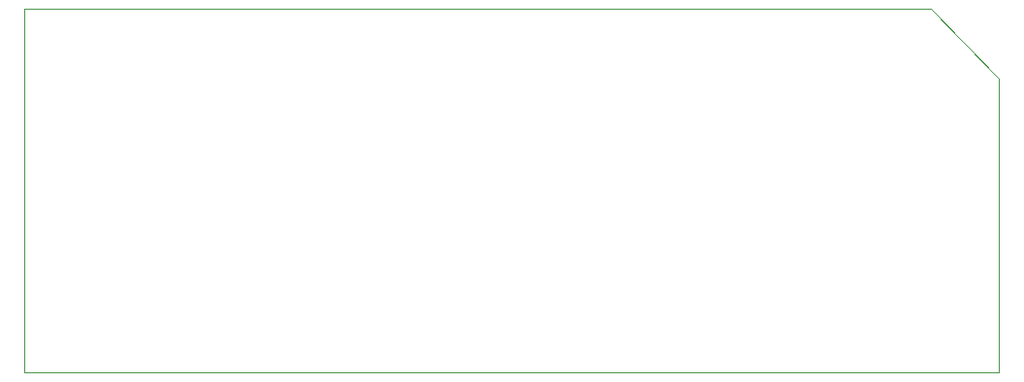
<source format=gbr>
%TF.GenerationSoftware,KiCad,Pcbnew,5.1.9+dfsg1-1+deb11u1*%
%TF.CreationDate,2025-02-02T16:03:13-08:00*%
%TF.ProjectId,esp01Expander,65737030-3145-4787-9061-6e6465722e6b,rev?*%
%TF.SameCoordinates,Original*%
%TF.FileFunction,Profile,NP*%
%FSLAX46Y46*%
G04 Gerber Fmt 4.6, Leading zero omitted, Abs format (unit mm)*
G04 Created by KiCad (PCBNEW 5.1.9+dfsg1-1+deb11u1) date 2025-02-02 16:03:13*
%MOMM*%
%LPD*%
G01*
G04 APERTURE LIST*
%TA.AperFunction,Profile*%
%ADD10C,0.050000*%
%TD*%
G04 APERTURE END LIST*
D10*
X178181000Y-86360000D02*
X184150000Y-92456000D01*
X178181000Y-86360000D02*
X99060000Y-86360000D01*
X184150000Y-118110000D02*
X184150000Y-92456000D01*
X99060000Y-118110000D02*
X184150000Y-118110000D01*
X99060000Y-86360000D02*
X99060000Y-118110000D01*
M02*

</source>
